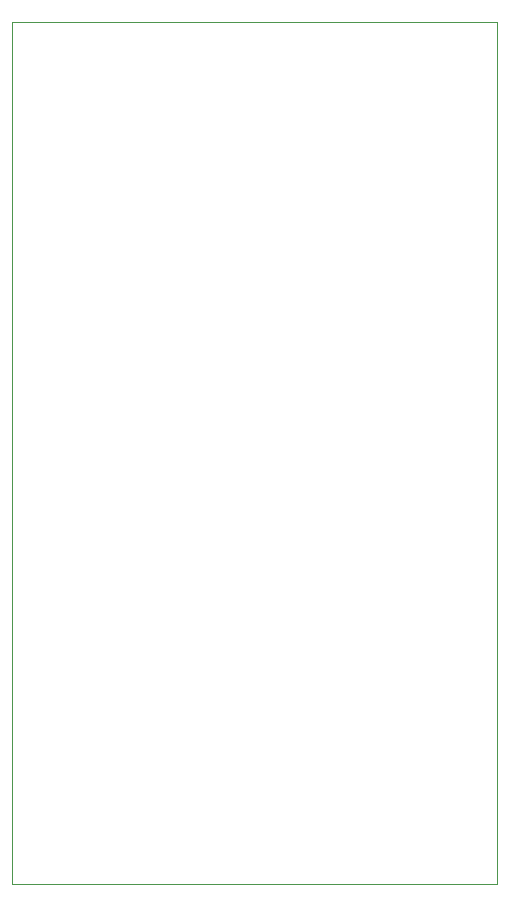
<source format=gbr>
%TF.GenerationSoftware,KiCad,Pcbnew,(5.1.9)-1*%
%TF.CreationDate,2021-08-24T10:45:27+02:00*%
%TF.ProjectId,PCB,5043422e-6b69-4636-9164-5f7063625858,rev?*%
%TF.SameCoordinates,Original*%
%TF.FileFunction,Profile,NP*%
%FSLAX46Y46*%
G04 Gerber Fmt 4.6, Leading zero omitted, Abs format (unit mm)*
G04 Created by KiCad (PCBNEW (5.1.9)-1) date 2021-08-24 10:45:27*
%MOMM*%
%LPD*%
G01*
G04 APERTURE LIST*
%TA.AperFunction,Profile*%
%ADD10C,0.050000*%
%TD*%
G04 APERTURE END LIST*
D10*
X91080000Y-38100000D02*
X91080000Y-111100000D01*
X132080000Y-38100000D02*
X132080000Y-111100000D01*
X132080000Y-111100000D02*
X91080000Y-111100000D01*
X132080000Y-38100000D02*
X91080000Y-38100000D01*
M02*

</source>
